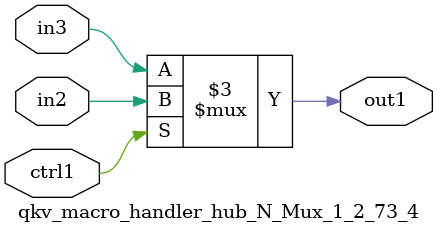
<source format=v>

`timescale 1ps / 1ps


module qkv_macro_handler_hub_N_Mux_1_2_73_4( in3, in2, ctrl1, out1 );

    input in3;
    input in2;
    input ctrl1;
    output out1;
    reg out1;

    
    // rtl_process:qkv_macro_handler_hub_N_Mux_1_2_73_4/qkv_macro_handler_hub_N_Mux_1_2_73_4_thread_1
    always @*
      begin : qkv_macro_handler_hub_N_Mux_1_2_73_4_thread_1
        case (ctrl1) 
          1'b1: 
            begin
              out1 = in2;
            end
          default: 
            begin
              out1 = in3;
            end
        endcase
      end

endmodule



</source>
